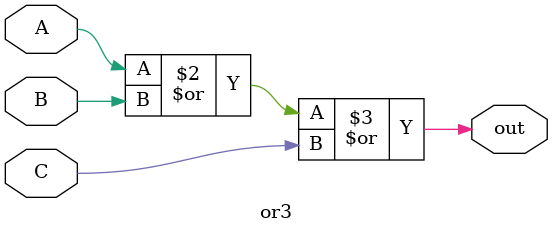
<source format=v>
`timescale 1ns / 1ps


module or3(A, B, C, out);
    input A, B, C;
    output reg out;
    always@(A, B, C)
    begin
        out = A | B | C;
    end
endmodule

</source>
